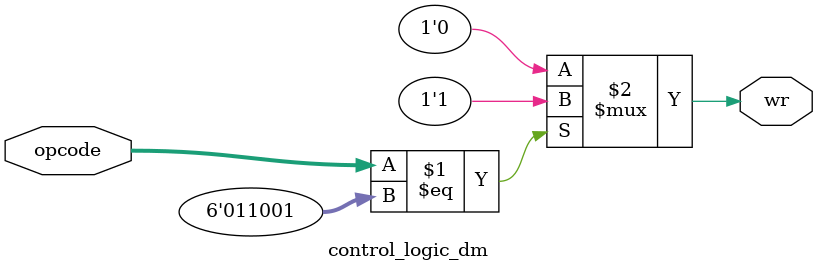
<source format=v>
`define ST  6'b011001

module control_logic_dm(
    input [5:0] opcode,
    output wr
);

	// If OPCODE = Store -> wr = 1, else wr = 0
	assign wr = (opcode[5:0] == `ST) ? 1'b1 : 1'b0 ;

endmodule


</source>
